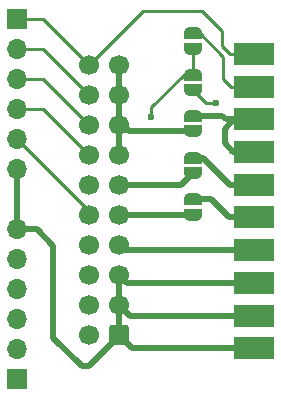
<source format=gbr>
%TF.GenerationSoftware,KiCad,Pcbnew,8.0.5*%
%TF.CreationDate,2024-12-10T05:35:49-08:00*%
%TF.ProjectId,SmartPortAdapter,536d6172-7450-46f7-9274-416461707465,1*%
%TF.SameCoordinates,Original*%
%TF.FileFunction,Copper,L1,Top*%
%TF.FilePolarity,Positive*%
%FSLAX46Y46*%
G04 Gerber Fmt 4.6, Leading zero omitted, Abs format (unit mm)*
G04 Created by KiCad (PCBNEW 8.0.5) date 2024-12-10 05:35:49*
%MOMM*%
%LPD*%
G01*
G04 APERTURE LIST*
G04 Aperture macros list*
%AMRoundRect*
0 Rectangle with rounded corners*
0 $1 Rounding radius*
0 $2 $3 $4 $5 $6 $7 $8 $9 X,Y pos of 4 corners*
0 Add a 4 corners polygon primitive as box body*
4,1,4,$2,$3,$4,$5,$6,$7,$8,$9,$2,$3,0*
0 Add four circle primitives for the rounded corners*
1,1,$1+$1,$2,$3*
1,1,$1+$1,$4,$5*
1,1,$1+$1,$6,$7*
1,1,$1+$1,$8,$9*
0 Add four rect primitives between the rounded corners*
20,1,$1+$1,$2,$3,$4,$5,0*
20,1,$1+$1,$4,$5,$6,$7,0*
20,1,$1+$1,$6,$7,$8,$9,0*
20,1,$1+$1,$8,$9,$2,$3,0*%
%AMFreePoly0*
4,1,19,0.500000,-0.750000,0.000000,-0.750000,0.000000,-0.744911,-0.071157,-0.744911,-0.207708,-0.704816,-0.327430,-0.627875,-0.420627,-0.520320,-0.479746,-0.390866,-0.500000,-0.250000,-0.500000,0.250000,-0.479746,0.390866,-0.420627,0.520320,-0.327430,0.627875,-0.207708,0.704816,-0.071157,0.744911,0.000000,0.744911,0.000000,0.750000,0.500000,0.750000,0.500000,-0.750000,0.500000,-0.750000,
$1*%
%AMFreePoly1*
4,1,19,0.000000,0.744911,0.071157,0.744911,0.207708,0.704816,0.327430,0.627875,0.420627,0.520320,0.479746,0.390866,0.500000,0.250000,0.500000,-0.250000,0.479746,-0.390866,0.420627,-0.520320,0.327430,-0.627875,0.207708,-0.704816,0.071157,-0.744911,0.000000,-0.744911,0.000000,-0.750000,-0.500000,-0.750000,-0.500000,0.750000,0.000000,0.750000,0.000000,0.744911,0.000000,0.744911,
$1*%
G04 Aperture macros list end*
%TA.AperFunction,SMDPad,CuDef*%
%ADD10FreePoly0,90.000000*%
%TD*%
%TA.AperFunction,SMDPad,CuDef*%
%ADD11FreePoly1,90.000000*%
%TD*%
%TA.AperFunction,ComponentPad*%
%ADD12RoundRect,0.250000X0.600000X0.600000X-0.600000X0.600000X-0.600000X-0.600000X0.600000X-0.600000X0*%
%TD*%
%TA.AperFunction,ComponentPad*%
%ADD13C,1.700000*%
%TD*%
%TA.AperFunction,SMDPad,CuDef*%
%ADD14FreePoly0,270.000000*%
%TD*%
%TA.AperFunction,SMDPad,CuDef*%
%ADD15FreePoly1,270.000000*%
%TD*%
%TA.AperFunction,ComponentPad*%
%ADD16R,1.700000X1.700000*%
%TD*%
%TA.AperFunction,ComponentPad*%
%ADD17O,1.700000X1.700000*%
%TD*%
%TA.AperFunction,SMDPad,CuDef*%
%ADD18R,3.480000X1.846667*%
%TD*%
%TA.AperFunction,ViaPad*%
%ADD19C,0.600000*%
%TD*%
%TA.AperFunction,Conductor*%
%ADD20C,0.250000*%
%TD*%
%TA.AperFunction,Conductor*%
%ADD21C,0.500000*%
%TD*%
%TA.AperFunction,Conductor*%
%ADD22C,0.200000*%
%TD*%
G04 APERTURE END LIST*
D10*
%TO.P,-12V,1,A*%
%TO.N,-12V_D*%
X161500000Y-98050000D03*
D11*
%TO.P,-12V,2,B*%
%TO.N,-12V*%
X161500000Y-96750000D03*
%TD*%
D12*
%TO.P,J1,1,Pin_1*%
%TO.N,GND*%
X155250000Y-108225000D03*
D13*
%TO.P,J1,2,Pin_2*%
%TO.N,STEP0*%
X152710000Y-108225000D03*
%TO.P,J1,3,Pin_3*%
%TO.N,GND*%
X155250000Y-105685000D03*
%TO.P,J1,4,Pin_4*%
%TO.N,STEP1*%
X152710000Y-105685000D03*
%TO.P,J1,5,Pin_5*%
%TO.N,GND*%
X155250000Y-103145000D03*
%TO.P,J1,6,Pin_6*%
%TO.N,STEP2*%
X152710000Y-103145000D03*
%TO.P,J1,7,Pin_7*%
%TO.N,GND4*%
X155250000Y-100605000D03*
%TO.P,J1,8,Pin_8*%
%TO.N,STEP3*%
X152710000Y-100605000D03*
%TO.P,J1,9,Pin_9*%
%TO.N,-12V_D*%
X155250000Y-98065000D03*
%TO.P,J1,10,Pin_10*%
%TO.N,WR_REQ*%
X152710000Y-98065000D03*
%TO.P,J1,11,Pin_11*%
%TO.N,VCC_D*%
X155250000Y-95525000D03*
%TO.P,J1,12,Pin_12*%
%TO.N,SEL*%
X152710000Y-95525000D03*
%TO.P,J1,13,Pin_13*%
%TO.N,+12V_D*%
X155250000Y-92985000D03*
%TO.P,J1,14,Pin_14*%
%TO.N,DEVICE_ENABLE_D*%
X152710000Y-92985000D03*
%TO.P,J1,15,Pin_15*%
%TO.N,+12V_D*%
X155250000Y-90445000D03*
%TO.P,J1,16,Pin_16*%
%TO.N,RD_DATA*%
X152710000Y-90445000D03*
%TO.P,J1,17,Pin_17*%
%TO.N,+12V_D*%
X155250000Y-87905000D03*
%TO.P,J1,18,Pin_18*%
%TO.N,WR_DATA*%
X152710000Y-87905000D03*
%TO.P,J1,19,Pin_19*%
%TO.N,+12V_D*%
X155250000Y-85365000D03*
%TO.P,J1,20,Pin_20*%
%TO.N,WR_PROTECT*%
X152710000Y-85365000D03*
%TD*%
D14*
%TO.P,D1,1,A*%
%TO.N,DEVICE_ENABLE_D*%
X161500000Y-86200000D03*
D15*
%TO.P,D1,2,B*%
%TO.N,DEVICE_ENABLE*%
X161500000Y-87500000D03*
%TD*%
D16*
%TO.P,J3,1,Pin_1*%
%TO.N,STEP0*%
X146600000Y-112000000D03*
D17*
%TO.P,J3,2,Pin_2*%
%TO.N,STEP1*%
X146600000Y-109460000D03*
%TO.P,J3,3,Pin_3*%
%TO.N,STEP2*%
X146600000Y-106920000D03*
%TO.P,J3,4,Pin_4*%
%TO.N,STEP3*%
X146600000Y-104380000D03*
%TO.P,J3,5,Pin_5*%
%TO.N,SEL*%
X146600000Y-101840000D03*
%TO.P,J3,6,Pin_6*%
%TO.N,GND*%
X146600000Y-99300000D03*
%TD*%
D10*
%TO.P,D2,1,A*%
%TO.N,DEVICE_ENABLE_D*%
X161500000Y-84000000D03*
D11*
%TO.P,D2,2,B*%
%TO.N,DEVICE_ENABLE2*%
X161500000Y-82700000D03*
%TD*%
D10*
%TO.P,+12V,1,A*%
%TO.N,+12V_D*%
X161500000Y-91000000D03*
D11*
%TO.P,+12V,2,B*%
%TO.N,+12V*%
X161500000Y-89700000D03*
%TD*%
D10*
%TO.P,+5V,1,A*%
%TO.N,VCC_D*%
X161500000Y-94550000D03*
D11*
%TO.P,+5V,2,B*%
%TO.N,VCC*%
X161500000Y-93250000D03*
%TD*%
D16*
%TO.P,J2,1,Pin_1*%
%TO.N,WR_PROTECT*%
X146600000Y-81500000D03*
D17*
%TO.P,J2,2,Pin_2*%
%TO.N,WR_DATA*%
X146600000Y-84040000D03*
%TO.P,J2,3,Pin_3*%
%TO.N,RD_DATA*%
X146600000Y-86580000D03*
%TO.P,J2,4,Pin_4*%
%TO.N,DEVICE_ENABLE_D*%
X146600000Y-89120000D03*
%TO.P,J2,5,Pin_5*%
%TO.N,WR_REQ*%
X146600000Y-91660000D03*
%TO.P,J2,6,Pin_6*%
%TO.N,GND*%
X146600000Y-94200000D03*
%TD*%
D18*
%TO.P,U1,1,1*%
%TO.N,GND*%
X166700000Y-109365000D03*
%TO.P,U1,2,2*%
X166700000Y-106595000D03*
%TO.P,U1,3,3*%
X166700000Y-103825000D03*
%TO.P,U1,4,4*%
%TO.N,GND4*%
X166700000Y-101055000D03*
%TO.P,U1,5,5*%
%TO.N,-12V*%
X166700000Y-98285000D03*
%TO.P,U1,6,6*%
%TO.N,VCC*%
X166700000Y-95515000D03*
%TO.P,U1,7,7*%
%TO.N,+12V*%
X166700000Y-92745000D03*
%TO.P,U1,8,8*%
X166700000Y-89975000D03*
%TO.P,U1,9,9*%
%TO.N,DEVICE_ENABLE2*%
X166700000Y-87205000D03*
%TO.P,U1,10,10*%
%TO.N,WR_PROTECT*%
X166700000Y-84435000D03*
%TD*%
D19*
%TO.N,DEVICE_ENABLE*%
X163500000Y-88600000D03*
%TO.N,DEVICE_ENABLE_D*%
X158000000Y-89800000D03*
%TD*%
D20*
%TO.N,WR_PROTECT*%
X162300000Y-80800000D02*
X157275000Y-80800000D01*
X164000000Y-83800000D02*
X164000000Y-82500000D01*
X164635000Y-84435000D02*
X164000000Y-83800000D01*
X148845000Y-81500000D02*
X152710000Y-85365000D01*
X166455000Y-84190000D02*
X166700000Y-84435000D01*
X146600000Y-81500000D02*
X148845000Y-81500000D01*
X166700000Y-84435000D02*
X164635000Y-84435000D01*
X164000000Y-82500000D02*
X162300000Y-80800000D01*
X157275000Y-80800000D02*
X152710000Y-85365000D01*
%TO.N,WR_REQ*%
X152710000Y-97770000D02*
X152710000Y-98065000D01*
X146600000Y-91660000D02*
X152710000Y-97770000D01*
%TO.N,DEVICE_ENABLE*%
X163500000Y-88600000D02*
X162600000Y-88600000D01*
X162600000Y-88600000D02*
X161500000Y-87500000D01*
D21*
%TO.N,+12V_D*%
X155250000Y-90130000D02*
X155250000Y-92670000D01*
X161500000Y-91000000D02*
X156120000Y-91000000D01*
X156120000Y-91000000D02*
X155250000Y-90130000D01*
X155250000Y-87590000D02*
X155250000Y-90130000D01*
X155250000Y-85050000D02*
X155250000Y-87590000D01*
%TO.N,GND*%
X166700000Y-109365000D02*
X156390000Y-109365000D01*
X155250000Y-108225000D02*
X155250000Y-105685000D01*
X155250000Y-108350000D02*
X152700000Y-110900000D01*
X152700000Y-110900000D02*
X152100000Y-110900000D01*
X156390000Y-109365000D02*
X155250000Y-108225000D01*
X152100000Y-110900000D02*
X149700000Y-108500000D01*
X166700000Y-106595000D02*
X156160000Y-106595000D01*
D20*
X155250000Y-108225000D02*
X155250000Y-108350000D01*
D21*
X155250000Y-105685000D02*
X155250000Y-103145000D01*
X148300000Y-99300000D02*
X146600000Y-99300000D01*
X146600000Y-94200000D02*
X146600000Y-99300000D01*
X149700000Y-100700000D02*
X148300000Y-99300000D01*
D20*
X155250000Y-108650000D02*
X155250000Y-108225000D01*
D21*
X149700000Y-108500000D02*
X149700000Y-100700000D01*
X156160000Y-106595000D02*
X155250000Y-105685000D01*
X166700000Y-103825000D02*
X155930000Y-103825000D01*
X155930000Y-103825000D02*
X155250000Y-103145000D01*
D20*
%TO.N,RD_DATA*%
X146600000Y-86580000D02*
X148845000Y-86580000D01*
X148845000Y-86580000D02*
X152710000Y-90445000D01*
%TO.N,WR_DATA*%
X148845000Y-84040000D02*
X152710000Y-87905000D01*
X146600000Y-84040000D02*
X148845000Y-84040000D01*
D21*
%TO.N,VCC_D*%
X161500000Y-94550000D02*
X160525000Y-95525000D01*
X160525000Y-95525000D02*
X155250000Y-95525000D01*
X155250000Y-95525000D02*
X155250000Y-95210000D01*
X155475000Y-95300000D02*
X155250000Y-95525000D01*
%TO.N,-12V_D*%
X155550000Y-98050000D02*
X155250000Y-97750000D01*
X161500000Y-98050000D02*
X155550000Y-98050000D01*
%TO.N,VCC*%
X161500000Y-93250000D02*
X162350000Y-93250000D01*
X162350000Y-93250000D02*
X164615000Y-95515000D01*
X164615000Y-95515000D02*
X166700000Y-95515000D01*
%TO.N,-12V*%
X164585000Y-98285000D02*
X166700000Y-98285000D01*
X161500000Y-96750000D02*
X163050000Y-96750000D01*
X163050000Y-96750000D02*
X164585000Y-98285000D01*
%TO.N,+12V*%
X164275000Y-89975000D02*
X166700000Y-89975000D01*
X164000000Y-89700000D02*
X164275000Y-89975000D01*
D20*
X165025000Y-89975000D02*
X166700000Y-89975000D01*
D21*
X164200000Y-90800000D02*
X165025000Y-89975000D01*
X164200000Y-92000000D02*
X164200000Y-90800000D01*
X161500000Y-89700000D02*
X164000000Y-89700000D01*
D20*
X166700000Y-92745000D02*
X164945000Y-92745000D01*
D21*
X164945000Y-92745000D02*
X164200000Y-92000000D01*
D20*
%TO.N,DEVICE_ENABLE_D*%
X148845000Y-89120000D02*
X152710000Y-92985000D01*
X161500000Y-84000000D02*
X161500000Y-86200000D01*
X161500000Y-86200000D02*
X160745000Y-86200000D01*
X160745000Y-86200000D02*
X158000000Y-88945000D01*
X146600000Y-89120000D02*
X148845000Y-89120000D01*
X158000000Y-88945000D02*
X158000000Y-89800000D01*
%TO.N,DEVICE_ENABLE2*%
X164100000Y-86600000D02*
X164100000Y-84700000D01*
X166700000Y-87205000D02*
X164705000Y-87205000D01*
X164705000Y-87205000D02*
X164100000Y-86600000D01*
D22*
X162100000Y-82700000D02*
X161500000Y-82700000D01*
D20*
X164100000Y-84700000D02*
X162100000Y-82700000D01*
D21*
%TO.N,GND4*%
X155700000Y-101055000D02*
X155250000Y-100605000D01*
X166700000Y-101055000D02*
X155700000Y-101055000D01*
%TD*%
M02*

</source>
